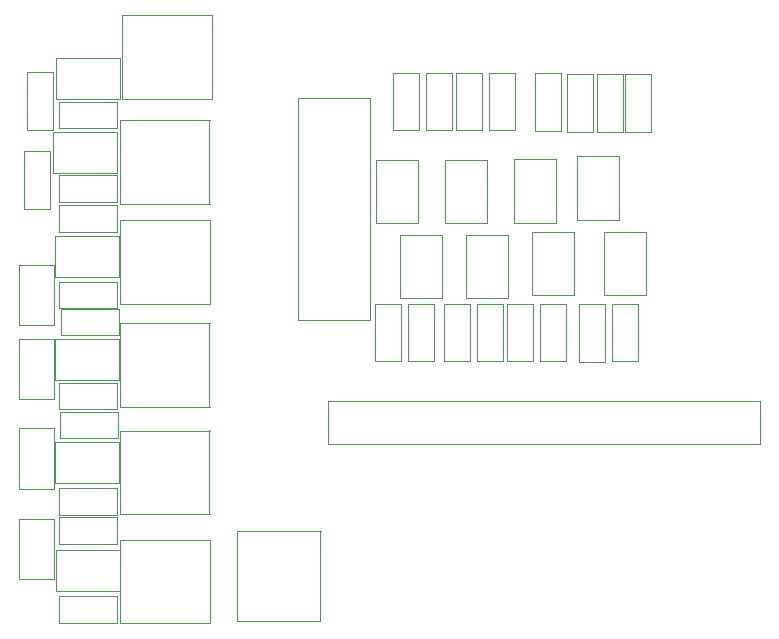
<source format=gbr>
%TF.GenerationSoftware,KiCad,Pcbnew,6.0.0*%
%TF.CreationDate,2022-04-09T16:35:29-03:00*%
%TF.ProjectId,cwc5.5,63776335-2e35-42e6-9b69-6361645f7063,rev?*%
%TF.SameCoordinates,Original*%
%TF.FileFunction,Other,User*%
%FSLAX46Y46*%
G04 Gerber Fmt 4.6, Leading zero omitted, Abs format (unit mm)*
G04 Created by KiCad (PCBNEW 6.0.0) date 2022-04-09 16:35:29*
%MOMM*%
%LPD*%
G01*
G04 APERTURE LIST*
%ADD10C,0.050000*%
G04 APERTURE END LIST*
D10*
%TO.C,R13*%
X43030000Y-5678000D02*
X43030000Y-10578000D01*
X40790000Y-5678000D02*
X43030000Y-5678000D01*
X40790000Y-10578000D02*
X40790000Y-5678000D01*
X43030000Y-10578000D02*
X40790000Y-10578000D01*
%TO.C,Q7*%
X42954000Y-12986000D02*
X46454000Y-12986000D01*
X46454000Y-18386000D02*
X42954000Y-18386000D01*
X46454000Y-12986000D02*
X46454000Y-18386000D01*
X42954000Y-18386000D02*
X42954000Y-12986000D01*
%TO.C,U3*%
X9450000Y-31750000D02*
X4050000Y-31750000D01*
X4050000Y-31750000D02*
X4050000Y-28250000D01*
X4050000Y-28250000D02*
X9450000Y-28250000D01*
X9450000Y-28250000D02*
X9450000Y-31750000D01*
%TO.C,J5*%
X63776000Y-37106000D02*
X63776000Y-33506000D01*
X63776000Y-33506000D02*
X27176000Y-33506000D01*
X27176000Y-37106000D02*
X63776000Y-37106000D01*
X27176000Y-33506000D02*
X27176000Y-37106000D01*
%TO.C,U6*%
X4158000Y-4447600D02*
X9558000Y-4447600D01*
X9558000Y-7947600D02*
X4158000Y-7947600D01*
X4158000Y-7947600D02*
X4158000Y-4447600D01*
X9558000Y-4447600D02*
X9558000Y-7947600D01*
%TO.C,R17*%
X36980000Y-30136000D02*
X36980000Y-25236000D01*
X39220000Y-25236000D02*
X39220000Y-30136000D01*
X39220000Y-30136000D02*
X36980000Y-30136000D01*
X36980000Y-25236000D02*
X39220000Y-25236000D01*
%TO.C,R7*%
X47394000Y-10680000D02*
X47394000Y-5780000D01*
X49634000Y-5780000D02*
X49634000Y-10680000D01*
X47394000Y-5780000D02*
X49634000Y-5780000D01*
X49634000Y-10680000D02*
X47394000Y-10680000D01*
%TO.C,RV6*%
X9770000Y-7925000D02*
X9770000Y-825000D01*
X17350000Y-845000D02*
X9750000Y-845000D01*
X9750000Y-7905000D02*
X17350000Y-7905000D01*
X17350000Y-845000D02*
X17350000Y-7905000D01*
%TO.C,R10*%
X44700000Y-10640000D02*
X44700000Y-5740000D01*
X46940000Y-10640000D02*
X44700000Y-10640000D01*
X46940000Y-5740000D02*
X46940000Y-10640000D01*
X44700000Y-5740000D02*
X46940000Y-5740000D01*
%TO.C,RV5*%
X9575000Y-52305000D02*
X9575000Y-45245000D01*
X9575000Y-52305000D02*
X17175000Y-52305000D01*
X17155000Y-45225000D02*
X17155000Y-52325000D01*
X17175000Y-45245000D02*
X9575000Y-45245000D01*
%TO.C,R82*%
X4000000Y-33340000D02*
X4000000Y-28250000D01*
X4000000Y-28250000D02*
X1000000Y-28250000D01*
X1000000Y-33340000D02*
X4000000Y-33340000D01*
X1000000Y-28250000D02*
X1000000Y-33340000D01*
%TO.C,R83*%
X4382000Y-40880000D02*
X9282000Y-40880000D01*
X9282000Y-40880000D02*
X9282000Y-43120000D01*
X4382000Y-43120000D02*
X4382000Y-40880000D01*
X9282000Y-43120000D02*
X4382000Y-43120000D01*
%TO.C,R75*%
X9308000Y-8176400D02*
X9308000Y-10416400D01*
X9308000Y-10416400D02*
X4408000Y-10416400D01*
X4408000Y-10416400D02*
X4408000Y-8176400D01*
X4408000Y-8176400D02*
X9308000Y-8176400D01*
%TO.C,R1*%
X54530000Y-10710000D02*
X52290000Y-10710000D01*
X52290000Y-5810000D02*
X54530000Y-5810000D01*
X54530000Y-5810000D02*
X54530000Y-10710000D01*
X52290000Y-10710000D02*
X52290000Y-5810000D01*
%TO.C,R85*%
X4000000Y-40899000D02*
X4000000Y-35809000D01*
X1000000Y-40899000D02*
X4000000Y-40899000D01*
X1000000Y-35809000D02*
X1000000Y-40899000D01*
X4000000Y-35809000D02*
X1000000Y-35809000D01*
%TO.C,R23*%
X33378000Y-25236000D02*
X33378000Y-30136000D01*
X33378000Y-30136000D02*
X31138000Y-30136000D01*
X31138000Y-25236000D02*
X33378000Y-25236000D01*
X31138000Y-30136000D02*
X31138000Y-25236000D01*
%TO.C,Q13*%
X36802000Y-19398000D02*
X36802000Y-24798000D01*
X36802000Y-24798000D02*
X33302000Y-24798000D01*
X33302000Y-19398000D02*
X36802000Y-19398000D01*
X33302000Y-24798000D02*
X33302000Y-19398000D01*
%TO.C,R16*%
X37996000Y-10578000D02*
X37996000Y-5678000D01*
X37996000Y-5678000D02*
X40236000Y-5678000D01*
X40236000Y-10578000D02*
X37996000Y-10578000D01*
X40236000Y-5678000D02*
X40236000Y-10578000D01*
%TO.C,R86*%
X9308000Y-50035600D02*
X9308000Y-52275600D01*
X4408000Y-50035600D02*
X9308000Y-50035600D01*
X9308000Y-52275600D02*
X4408000Y-52275600D01*
X4408000Y-52275600D02*
X4408000Y-50035600D01*
%TO.C,Q3*%
X48288000Y-18156000D02*
X48288000Y-12756000D01*
X51788000Y-12756000D02*
X51788000Y-18156000D01*
X48288000Y-12756000D02*
X51788000Y-12756000D01*
X51788000Y-18156000D02*
X48288000Y-18156000D01*
%TO.C,U2*%
X9450000Y-23000000D02*
X4050000Y-23000000D01*
X4050000Y-23000000D02*
X4050000Y-19500000D01*
X9450000Y-19500000D02*
X9450000Y-23000000D01*
X4050000Y-19500000D02*
X9450000Y-19500000D01*
%TO.C,RV2*%
X17180000Y-18175000D02*
X17180000Y-25275000D01*
X9600000Y-25255000D02*
X17200000Y-25255000D01*
X9600000Y-25255000D02*
X9600000Y-18195000D01*
X17200000Y-18195000D02*
X9600000Y-18195000D01*
%TO.C,RV3*%
X9550000Y-33955000D02*
X9550000Y-26895000D01*
X17150000Y-26895000D02*
X9550000Y-26895000D01*
X9550000Y-33955000D02*
X17150000Y-33955000D01*
X17130000Y-26875000D02*
X17130000Y-33975000D01*
%TO.C,Q5*%
X44478000Y-24544000D02*
X44478000Y-19144000D01*
X44478000Y-19144000D02*
X47978000Y-19144000D01*
X47978000Y-24544000D02*
X44478000Y-24544000D01*
X47978000Y-19144000D02*
X47978000Y-24544000D01*
%TO.C,U5*%
X9558000Y-46103600D02*
X9558000Y-49603600D01*
X4158000Y-46103600D02*
X9558000Y-46103600D01*
X4158000Y-49603600D02*
X4158000Y-46103600D01*
X9558000Y-49603600D02*
X4158000Y-49603600D01*
%TO.C,R4*%
X49910000Y-10680000D02*
X49910000Y-5780000D01*
X49910000Y-5780000D02*
X52150000Y-5780000D01*
X52150000Y-5780000D02*
X52150000Y-10680000D01*
X52150000Y-10680000D02*
X49910000Y-10680000D01*
%TO.C,RV4*%
X17150000Y-35995000D02*
X9550000Y-35995000D01*
X9550000Y-43055000D02*
X9550000Y-35995000D01*
X17130000Y-35975000D02*
X17130000Y-43075000D01*
X9550000Y-43055000D02*
X17150000Y-43055000D01*
%TO.C,R8*%
X47348000Y-25236000D02*
X47348000Y-30136000D01*
X45108000Y-30136000D02*
X45108000Y-25236000D01*
X47348000Y-30136000D02*
X45108000Y-30136000D01*
X45108000Y-25236000D02*
X47348000Y-25236000D01*
%TO.C,RV1*%
X9550000Y-16780000D02*
X17150000Y-16780000D01*
X9550000Y-16780000D02*
X9550000Y-9720000D01*
X17150000Y-9720000D02*
X9550000Y-9720000D01*
X17130000Y-9700000D02*
X17130000Y-16800000D01*
%TO.C,U1*%
X3904000Y-14196000D02*
X3904000Y-10696000D01*
X3904000Y-10696000D02*
X9304000Y-10696000D01*
X9304000Y-10696000D02*
X9304000Y-14196000D01*
X9304000Y-14196000D02*
X3904000Y-14196000D01*
%TO.C,R80*%
X9308000Y-34190800D02*
X4408000Y-34190800D01*
X4408000Y-31950800D02*
X9308000Y-31950800D01*
X4408000Y-34190800D02*
X4408000Y-31950800D01*
X9308000Y-31950800D02*
X9308000Y-34190800D01*
%TO.C,R90*%
X3914000Y-10552000D02*
X1674000Y-10552000D01*
X1674000Y-10552000D02*
X1674000Y-5652000D01*
X3914000Y-5652000D02*
X3914000Y-10552000D01*
X1674000Y-5652000D02*
X3914000Y-5652000D01*
%TO.C,Q9*%
X42390000Y-19398000D02*
X42390000Y-24798000D01*
X38890000Y-19398000D02*
X42390000Y-19398000D01*
X42390000Y-24798000D02*
X38890000Y-24798000D01*
X38890000Y-24798000D02*
X38890000Y-19398000D01*
%TO.C,R19*%
X37696000Y-10578000D02*
X35456000Y-10578000D01*
X35456000Y-10578000D02*
X35456000Y-5678000D01*
X37696000Y-5678000D02*
X37696000Y-10578000D01*
X35456000Y-5678000D02*
X37696000Y-5678000D01*
%TO.C,R20*%
X36172000Y-30136000D02*
X33932000Y-30136000D01*
X36172000Y-25236000D02*
X36172000Y-30136000D01*
X33932000Y-25236000D02*
X36172000Y-25236000D01*
X33932000Y-30136000D02*
X33932000Y-25236000D01*
%TO.C,R11*%
X42314000Y-25236000D02*
X44554000Y-25236000D01*
X44554000Y-25236000D02*
X44554000Y-30136000D01*
X44554000Y-30136000D02*
X42314000Y-30136000D01*
X42314000Y-30136000D02*
X42314000Y-25236000D01*
%TO.C,R77*%
X9308000Y-23380000D02*
X9308000Y-25620000D01*
X4408000Y-23380000D02*
X9308000Y-23380000D01*
X9308000Y-25620000D02*
X4408000Y-25620000D01*
X4408000Y-25620000D02*
X4408000Y-23380000D01*
%TO.C,R78*%
X9308000Y-19154000D02*
X4408000Y-19154000D01*
X9308000Y-16914000D02*
X9308000Y-19154000D01*
X4408000Y-19154000D02*
X4408000Y-16914000D01*
X4408000Y-16914000D02*
X9308000Y-16914000D01*
%TO.C,R88*%
X4000000Y-43455000D02*
X1000000Y-43455000D01*
X1000000Y-48545000D02*
X4000000Y-48545000D01*
X4000000Y-48545000D02*
X4000000Y-43455000D01*
X1000000Y-43455000D02*
X1000000Y-48545000D01*
%TO.C,R81*%
X4550000Y-25702400D02*
X9450000Y-25702400D01*
X9450000Y-27942400D02*
X4550000Y-27942400D01*
X9450000Y-25702400D02*
X9450000Y-27942400D01*
X4550000Y-27942400D02*
X4550000Y-25702400D01*
%TO.C,R2*%
X53444000Y-30136000D02*
X51204000Y-30136000D01*
X53444000Y-25236000D02*
X53444000Y-30136000D01*
X51204000Y-25236000D02*
X53444000Y-25236000D01*
X51204000Y-30136000D02*
X51204000Y-25236000D01*
%TO.C,R76*%
X1420000Y-17250000D02*
X1420000Y-12350000D01*
X3660000Y-12350000D02*
X3660000Y-17250000D01*
X1420000Y-12350000D02*
X3660000Y-12350000D01*
X3660000Y-17250000D02*
X1420000Y-17250000D01*
%TO.C,Q1*%
X50574000Y-19144000D02*
X54074000Y-19144000D01*
X54074000Y-24544000D02*
X50574000Y-24544000D01*
X54074000Y-19144000D02*
X54074000Y-24544000D01*
X50574000Y-24544000D02*
X50574000Y-19144000D01*
%TO.C,Q15*%
X31270000Y-18448000D02*
X31270000Y-13048000D01*
X31270000Y-13048000D02*
X34770000Y-13048000D01*
X34770000Y-13048000D02*
X34770000Y-18448000D01*
X34770000Y-18448000D02*
X31270000Y-18448000D01*
%TO.C,R84*%
X9400000Y-34380000D02*
X9400000Y-36620000D01*
X4500000Y-34380000D02*
X9400000Y-34380000D01*
X9400000Y-36620000D02*
X4500000Y-36620000D01*
X4500000Y-36620000D02*
X4500000Y-34380000D01*
%TO.C,R74*%
X9308000Y-14374000D02*
X9308000Y-16614000D01*
X9308000Y-16614000D02*
X4408000Y-16614000D01*
X4408000Y-14374000D02*
X9308000Y-14374000D01*
X4408000Y-16614000D02*
X4408000Y-14374000D01*
%TO.C,R14*%
X39774000Y-30136000D02*
X39774000Y-25236000D01*
X42014000Y-30136000D02*
X39774000Y-30136000D01*
X39774000Y-25236000D02*
X42014000Y-25236000D01*
X42014000Y-25236000D02*
X42014000Y-30136000D01*
%TO.C,Q11*%
X37112000Y-18448000D02*
X37112000Y-13048000D01*
X37112000Y-13048000D02*
X40612000Y-13048000D01*
X40612000Y-13048000D02*
X40612000Y-18448000D01*
X40612000Y-18448000D02*
X37112000Y-18448000D01*
%TO.C,R79*%
X4000000Y-22000000D02*
X1000000Y-22000000D01*
X4000000Y-27090000D02*
X4000000Y-22000000D01*
X1000000Y-27090000D02*
X4000000Y-27090000D01*
X1000000Y-22000000D02*
X1000000Y-27090000D01*
%TO.C,R5*%
X48410000Y-30162000D02*
X48410000Y-25262000D01*
X48410000Y-25262000D02*
X50650000Y-25262000D01*
X50650000Y-30162000D02*
X48410000Y-30162000D01*
X50650000Y-25262000D02*
X50650000Y-30162000D01*
%TO.C,U4*%
X9450000Y-40459600D02*
X4050000Y-40459600D01*
X9450000Y-36959600D02*
X9450000Y-40459600D01*
X4050000Y-36959600D02*
X9450000Y-36959600D01*
X4050000Y-40459600D02*
X4050000Y-36959600D01*
%TO.C,R87*%
X4408000Y-45570000D02*
X4408000Y-43330000D01*
X4408000Y-43330000D02*
X9308000Y-43330000D01*
X9308000Y-43330000D02*
X9308000Y-45570000D01*
X9308000Y-45570000D02*
X4408000Y-45570000D01*
%TO.C,R22*%
X34902000Y-5678000D02*
X34902000Y-10578000D01*
X32662000Y-5678000D02*
X34902000Y-5678000D01*
X34902000Y-10578000D02*
X32662000Y-10578000D01*
X32662000Y-10578000D02*
X32662000Y-5678000D01*
%TO.C,RV0*%
X19470000Y-44500000D02*
X19470000Y-52100000D01*
X26530000Y-52100000D02*
X26530000Y-44500000D01*
X26530000Y-52100000D02*
X19470000Y-52100000D01*
X19450000Y-44520000D02*
X26550000Y-44520000D01*
%TO.C,J6*%
X30736000Y-7872000D02*
X30736000Y-26672000D01*
X24636000Y-7872000D02*
X30736000Y-7872000D01*
X24636000Y-26672000D02*
X24636000Y-7872000D01*
X30736000Y-26672000D02*
X24636000Y-26672000D01*
%TD*%
M02*

</source>
